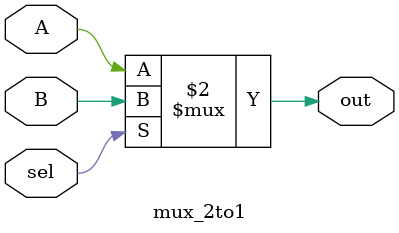
<source format=v>
module mux_2to1 (
    input A,
    input B,
    input sel,
    output out
);

    assign out = (sel == 1'b0) ? A : B;

endmodule
</source>
